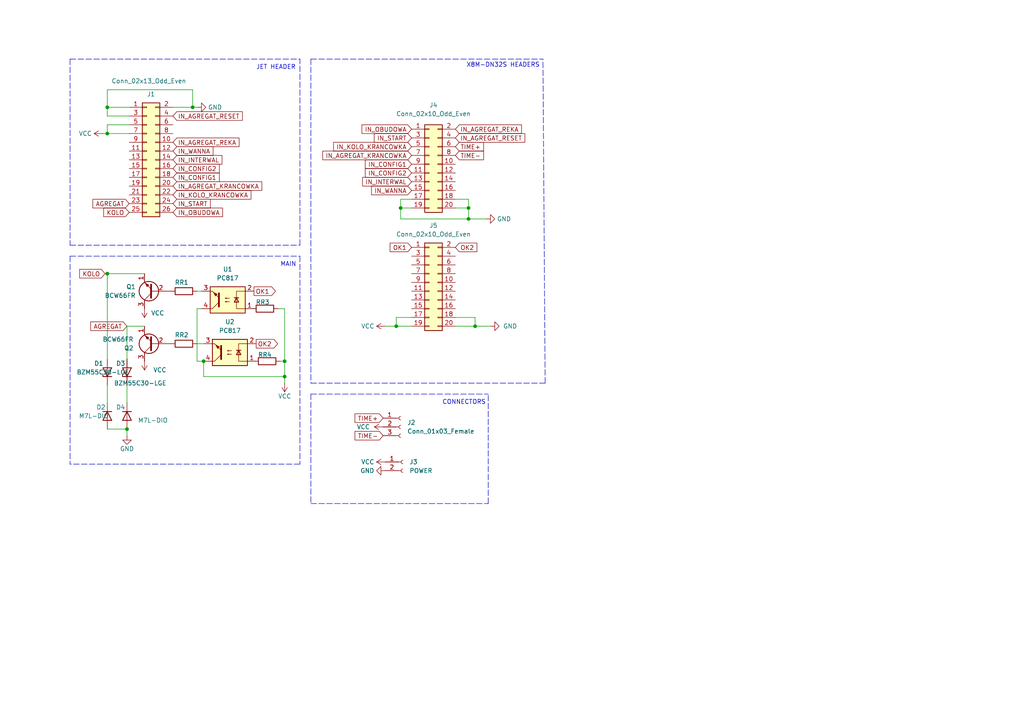
<source format=kicad_sch>
(kicad_sch (version 20211123) (generator eeschema)
  (paper "A4")
  (lib_symbols
    (symbol "Connector:Conn_01x02_Female" (pin_names (offset 1.016) hide)
      (property "Reference" "J" (at 0 2.54 0))
      (property "Value" "Conn_01x02_Female" (at 0 -5.08 0))
      (symbol "Conn_01x02_Female_1_1"
        (arc (start 0 -2.032) (mid -0.508 -2.54) (end 0 -3.048) (stroke (width 0.1524)))
        (polyline (pts (xy -1.27 -2.54) (xy -0.508 -2.54)) (stroke (width 0.1524)))
        (polyline (pts (xy -1.27 0) (xy -0.508 0)) (stroke (width 0.1524)))
        (arc (start 0 0.508) (mid -0.508 0) (end 0 -0.508) (stroke (width 0.1524)))
        (pin passive line (at -5.08 0 0) (length 3.81) (name "Pin_1") (number "1"))
        (pin passive line (at -5.08 -2.54 0) (length 3.81) (name "Pin_2") (number "2"))
      )
    )
    (symbol "Connector:Conn_01x03_Female" (pin_names (offset 1.016) hide)
      (property "Reference" "J" (at 0 5.08 0))
      (property "Value" "Conn_01x03_Female" (at 0 -5.08 0))
      (symbol "Conn_01x03_Female_1_1"
        (arc (start 0 -2.032) (mid -0.508 -2.54) (end 0 -3.048) (stroke (width 0.1524)))
        (polyline (pts (xy -1.27 -2.54) (xy -0.508 -2.54)) (stroke (width 0.1524)))
        (polyline (pts (xy -1.27 0) (xy -0.508 0)) (stroke (width 0.1524)))
        (polyline (pts (xy -1.27 2.54) (xy -0.508 2.54)) (stroke (width 0.1524)))
        (arc (start 0 0.508) (mid -0.508 0) (end 0 -0.508) (stroke (width 0.1524)))
        (arc (start 0 3.048) (mid -0.508 2.54) (end 0 2.032) (stroke (width 0.1524)))
        (pin passive line (at -5.08 2.54 0) (length 3.81) (name "Pin_1") (number "1"))
        (pin passive line (at -5.08 0 0) (length 3.81) (name "Pin_2") (number "2"))
        (pin passive line (at -5.08 -2.54 0) (length 3.81) (name "Pin_3") (number "3"))
      )
    )
    (symbol "Connector_Generic:Conn_02x10_Odd_Even" (pin_names (offset 1.016) hide)
      (property "Reference" "J" (at 1.27 12.7 0))
      (property "Value" "Conn_02x10_Odd_Even" (at 1.27 -15.24 0))
      (symbol "Conn_02x10_Odd_Even_1_1"
        (rectangle (start -1.27 -12.573) (end 0 -12.827) (stroke (width 0.1524)))
        (rectangle (start -1.27 -10.033) (end 0 -10.287) (stroke (width 0.1524)))
        (rectangle (start -1.27 -7.493) (end 0 -7.747) (stroke (width 0.1524)))
        (rectangle (start -1.27 -4.953) (end 0 -5.207) (stroke (width 0.1524)))
        (rectangle (start -1.27 -2.413) (end 0 -2.667) (stroke (width 0.1524)))
        (rectangle (start -1.27 0.127) (end 0 -0.127) (stroke (width 0.1524)))
        (rectangle (start -1.27 2.667) (end 0 2.413) (stroke (width 0.1524)))
        (rectangle (start -1.27 5.207) (end 0 4.953) (stroke (width 0.1524)))
        (rectangle (start -1.27 7.747) (end 0 7.493) (stroke (width 0.1524)))
        (rectangle (start -1.27 10.287) (end 0 10.033) (stroke (width 0.1524)))
        (rectangle (start -1.27 11.43) (end 3.81 -13.97) (stroke (width 0.254)) (fill (type background)))
        (rectangle (start 3.81 -12.573) (end 2.54 -12.827) (stroke (width 0.1524)))
        (rectangle (start 3.81 -10.033) (end 2.54 -10.287) (stroke (width 0.1524)))
        (rectangle (start 3.81 -7.493) (end 2.54 -7.747) (stroke (width 0.1524)))
        (rectangle (start 3.81 -4.953) (end 2.54 -5.207) (stroke (width 0.1524)))
        (rectangle (start 3.81 -2.413) (end 2.54 -2.667) (stroke (width 0.1524)))
        (rectangle (start 3.81 0.127) (end 2.54 -0.127) (stroke (width 0.1524)))
        (rectangle (start 3.81 2.667) (end 2.54 2.413) (stroke (width 0.1524)))
        (rectangle (start 3.81 5.207) (end 2.54 4.953) (stroke (width 0.1524)))
        (rectangle (start 3.81 7.747) (end 2.54 7.493) (stroke (width 0.1524)))
        (rectangle (start 3.81 10.287) (end 2.54 10.033) (stroke (width 0.1524)))
        (pin passive line (at -5.08 10.16 0) (length 3.81) (name "Pin_1") (number "1"))
        (pin passive line (at 7.62 0 180) (length 3.81) (name "Pin_10") (number "10"))
        (pin passive line (at -5.08 -2.54 0) (length 3.81) (name "Pin_11") (number "11"))
        (pin passive line (at 7.62 -2.54 180) (length 3.81) (name "Pin_12") (number "12"))
        (pin passive line (at -5.08 -5.08 0) (length 3.81) (name "Pin_13") (number "13"))
        (pin passive line (at 7.62 -5.08 180) (length 3.81) (name "Pin_14") (number "14"))
        (pin passive line (at -5.08 -7.62 0) (length 3.81) (name "Pin_15") (number "15"))
        (pin passive line (at 7.62 -7.62 180) (length 3.81) (name "Pin_16") (number "16"))
        (pin passive line (at -5.08 -10.16 0) (length 3.81) (name "Pin_17") (number "17"))
        (pin passive line (at 7.62 -10.16 180) (length 3.81) (name "Pin_18") (number "18"))
        (pin passive line (at -5.08 -12.7 0) (length 3.81) (name "Pin_19") (number "19"))
        (pin passive line (at 7.62 10.16 180) (length 3.81) (name "Pin_2") (number "2"))
        (pin passive line (at 7.62 -12.7 180) (length 3.81) (name "Pin_20") (number "20"))
        (pin passive line (at -5.08 7.62 0) (length 3.81) (name "Pin_3") (number "3"))
        (pin passive line (at 7.62 7.62 180) (length 3.81) (name "Pin_4") (number "4"))
        (pin passive line (at -5.08 5.08 0) (length 3.81) (name "Pin_5") (number "5"))
        (pin passive line (at 7.62 5.08 180) (length 3.81) (name "Pin_6") (number "6"))
        (pin passive line (at -5.08 2.54 0) (length 3.81) (name "Pin_7") (number "7"))
        (pin passive line (at 7.62 2.54 180) (length 3.81) (name "Pin_8") (number "8"))
        (pin passive line (at -5.08 0 0) (length 3.81) (name "Pin_9") (number "9"))
      )
    )
    (symbol "Connector_Generic:Conn_02x13_Odd_Even" (pin_names (offset 1.016) hide)
      (property "Reference" "J" (at 1.27 17.78 0))
      (property "Value" "Conn_02x13_Odd_Even" (at 1.27 -17.78 0))
      (symbol "Conn_02x13_Odd_Even_1_1"
        (rectangle (start -1.27 -15.113) (end 0 -15.367) (stroke (width 0.1524)))
        (rectangle (start -1.27 -12.573) (end 0 -12.827) (stroke (width 0.1524)))
        (rectangle (start -1.27 -10.033) (end 0 -10.287) (stroke (width 0.1524)))
        (rectangle (start -1.27 -7.493) (end 0 -7.747) (stroke (width 0.1524)))
        (rectangle (start -1.27 -4.953) (end 0 -5.207) (stroke (width 0.1524)))
        (rectangle (start -1.27 -2.413) (end 0 -2.667) (stroke (width 0.1524)))
        (rectangle (start -1.27 0.127) (end 0 -0.127) (stroke (width 0.1524)))
        (rectangle (start -1.27 2.667) (end 0 2.413) (stroke (width 0.1524)))
        (rectangle (start -1.27 5.207) (end 0 4.953) (stroke (width 0.1524)))
        (rectangle (start -1.27 7.747) (end 0 7.493) (stroke (width 0.1524)))
        (rectangle (start -1.27 10.287) (end 0 10.033) (stroke (width 0.1524)))
        (rectangle (start -1.27 12.827) (end 0 12.573) (stroke (width 0.1524)))
        (rectangle (start -1.27 15.367) (end 0 15.113) (stroke (width 0.1524)))
        (rectangle (start -1.27 16.51) (end 3.81 -16.51) (stroke (width 0.254)) (fill (type background)))
        (rectangle (start 3.81 -15.113) (end 2.54 -15.367) (stroke (width 0.1524)))
        (rectangle (start 3.81 -12.573) (end 2.54 -12.827) (stroke (width 0.1524)))
        (rectangle (start 3.81 -10.033) (end 2.54 -10.287) (stroke (width 0.1524)))
        (rectangle (start 3.81 -7.493) (end 2.54 -7.747) (stroke (width 0.1524)))
        (rectangle (start 3.81 -4.953) (end 2.54 -5.207) (stroke (width 0.1524)))
        (rectangle (start 3.81 -2.413) (end 2.54 -2.667) (stroke (width 0.1524)))
        (rectangle (start 3.81 0.127) (end 2.54 -0.127) (stroke (width 0.1524)))
        (rectangle (start 3.81 2.667) (end 2.54 2.413) (stroke (width 0.1524)))
        (rectangle (start 3.81 5.207) (end 2.54 4.953) (stroke (width 0.1524)))
        (rectangle (start 3.81 7.747) (end 2.54 7.493) (stroke (width 0.1524)))
        (rectangle (start 3.81 10.287) (end 2.54 10.033) (stroke (width 0.1524)))
        (rectangle (start 3.81 12.827) (end 2.54 12.573) (stroke (width 0.1524)))
        (rectangle (start 3.81 15.367) (end 2.54 15.113) (stroke (width 0.1524)))
        (pin passive line (at -5.08 15.24 0) (length 3.81) (name "Pin_1") (number "1"))
        (pin passive line (at 7.62 5.08 180) (length 3.81) (name "Pin_10") (number "10"))
        (pin passive line (at -5.08 2.54 0) (length 3.81) (name "Pin_11") (number "11"))
        (pin passive line (at 7.62 2.54 180) (length 3.81) (name "Pin_12") (number "12"))
        (pin passive line (at -5.08 0 0) (length 3.81) (name "Pin_13") (number "13"))
        (pin passive line (at 7.62 0 180) (length 3.81) (name "Pin_14") (number "14"))
        (pin passive line (at -5.08 -2.54 0) (length 3.81) (name "Pin_15") (number "15"))
        (pin passive line (at 7.62 -2.54 180) (length 3.81) (name "Pin_16") (number "16"))
        (pin passive line (at -5.08 -5.08 0) (length 3.81) (name "Pin_17") (number "17"))
        (pin passive line (at 7.62 -5.08 180) (length 3.81) (name "Pin_18") (number "18"))
        (pin passive line (at -5.08 -7.62 0) (length 3.81) (name "Pin_19") (number "19"))
        (pin passive line (at 7.62 15.24 180) (length 3.81) (name "Pin_2") (number "2"))
        (pin passive line (at 7.62 -7.62 180) (length 3.81) (name "Pin_20") (number "20"))
        (pin passive line (at -5.08 -10.16 0) (length 3.81) (name "Pin_21") (number "21"))
        (pin passive line (at 7.62 -10.16 180) (length 3.81) (name "Pin_22") (number "22"))
        (pin passive line (at -5.08 -12.7 0) (length 3.81) (name "Pin_23") (number "23"))
        (pin passive line (at 7.62 -12.7 180) (length 3.81) (name "Pin_24") (number "24"))
        (pin passive line (at -5.08 -15.24 0) (length 3.81) (name "Pin_25") (number "25"))
        (pin passive line (at 7.62 -15.24 180) (length 3.81) (name "Pin_26") (number "26"))
        (pin passive line (at -5.08 12.7 0) (length 3.81) (name "Pin_3") (number "3"))
        (pin passive line (at 7.62 12.7 180) (length 3.81) (name "Pin_4") (number "4"))
        (pin passive line (at -5.08 10.16 0) (length 3.81) (name "Pin_5") (number "5"))
        (pin passive line (at 7.62 10.16 180) (length 3.81) (name "Pin_6") (number "6"))
        (pin passive line (at -5.08 7.62 0) (length 3.81) (name "Pin_7") (number "7"))
        (pin passive line (at 7.62 7.62 180) (length 3.81) (name "Pin_8") (number "8"))
        (pin passive line (at -5.08 5.08 0) (length 3.81) (name "Pin_9") (number "9"))
      )
    )
    (symbol "Device:D_Zener" (pin_numbers hide) (pin_names (offset 1.016) hide)
      (property "Reference" "D" (at 0 2.54 0))
      (property "Value" "D_Zener" (at 0 -2.54 0))
      (symbol "D_Zener_0_1"
        (polyline (pts (xy 1.27 0) (xy -1.27 0)))
        (polyline (pts (xy -1.27 -1.27) (xy -1.27 1.27) (xy -0.762 1.27)) (stroke (width 0.254)))
        (polyline (pts (xy 1.27 -1.27) (xy 1.27 1.27) (xy -1.27 0) (xy 1.27 -1.27)) (stroke (width 0.254)))
      )
      (symbol "D_Zener_1_1"
        (pin passive line (at -3.81 0 0) (length 2.54) (name "K") (number "1"))
        (pin passive line (at 3.81 0 180) (length 2.54) (name "A") (number "2"))
      )
    )
    (symbol "Device:Q_NPN_EBC" (pin_names (offset 0) hide)
      (property "Reference" "Q" (at 5.08 1.27 0))
      (property "Value" "Q_NPN_EBC" (at 5.08 -1.27 0))
      (symbol "Q_NPN_EBC_0_1"
        (polyline (pts (xy 0.635 0.635) (xy 2.54 2.54)))
        (polyline (pts (xy 0.635 -0.635) (xy 2.54 -2.54) (xy 2.54 -2.54)))
        (polyline (pts (xy 0.635 1.905) (xy 0.635 -1.905) (xy 0.635 -1.905)) (stroke (width 0.508)))
        (polyline (pts (xy 1.27 -1.778) (xy 1.778 -1.27) (xy 2.286 -2.286) (xy 1.27 -1.778) (xy 1.27 -1.778)) (fill (type outline)))
        (circle (center 1.27 0) (radius 2.8194) (stroke (width 0.254)))
      )
      (symbol "Q_NPN_EBC_1_1"
        (pin passive line (at 2.54 -5.08 90) (length 2.54) (name "E") (number "1"))
        (pin passive line (at -5.08 0 0) (length 5.715) (name "B") (number "2"))
        (pin passive line (at 2.54 5.08 270) (length 2.54) (name "C") (number "3"))
      )
    )
    (symbol "Device:R" (pin_numbers hide) (pin_names (offset 0))
      (property "Reference" "R" (at 2.032 0 90))
      (property "Value" "R" (at 0 0 90))
      (symbol "R_0_1"
        (rectangle (start -1.016 -2.54) (end 1.016 2.54) (stroke (width 0.254)))
      )
      (symbol "R_1_1"
        (pin passive line (at 0 3.81 270) (length 1.27) (name "~") (number "1"))
        (pin passive line (at 0 -3.81 90) (length 1.27) (name "~") (number "2"))
      )
    )
    (symbol "Diode:1N4448" (pin_numbers hide) (pin_names (offset 1.016) hide)
      (property "Reference" "D" (at 0 2.54 0))
      (property "Value" "1N4448" (at 0 -2.54 0))
      (symbol "1N4448_0_1"
        (polyline (pts (xy -1.27 1.27) (xy -1.27 -1.27)) (stroke (width 0.254)))
        (polyline (pts (xy 1.27 0) (xy -1.27 0)))
        (polyline (pts (xy 1.27 1.27) (xy 1.27 -1.27) (xy -1.27 0) (xy 1.27 1.27)) (stroke (width 0.254)))
      )
      (symbol "1N4448_1_1"
        (pin passive line (at -3.81 0 0) (length 2.54) (name "K") (number "1"))
        (pin passive line (at 3.81 0 180) (length 2.54) (name "A") (number "2"))
      )
    )
    (symbol "Isolator:PC817" (pin_names (offset 1.016))
      (property "Reference" "U" (at -5.08 5.08 0))
      (property "Value" "PC817" (at 0 5.08 0))
      (symbol "PC817_0_1"
        (rectangle (start -5.08 3.81) (end 5.08 -3.81) (stroke (width 0.254)) (fill (type background)))
        (polyline (pts (xy -3.175 -0.635) (xy -1.905 -0.635)) (stroke (width 0.254)))
        (polyline (pts (xy 2.54 0.635) (xy 4.445 2.54)))
        (polyline (pts (xy 4.445 -2.54) (xy 2.54 -0.635)) (fill (type outline)))
        (polyline (pts (xy 4.445 -2.54) (xy 5.08 -2.54)))
        (polyline (pts (xy 4.445 2.54) (xy 5.08 2.54)))
        (polyline (pts (xy -5.08 2.54) (xy -2.54 2.54) (xy -2.54 -0.635)))
        (polyline (pts (xy -2.54 -0.635) (xy -2.54 -2.54) (xy -5.08 -2.54)))
        (polyline (pts (xy 2.54 1.905) (xy 2.54 -1.905) (xy 2.54 -1.905)) (stroke (width 0.508)))
        (polyline (pts (xy -2.54 -0.635) (xy -3.175 0.635) (xy -1.905 0.635) (xy -2.54 -0.635)) (stroke (width 0.254)))
        (polyline (pts (xy -0.508 -0.508) (xy 0.762 -0.508) (xy 0.381 -0.635) (xy 0.381 -0.381) (xy 0.762 -0.508)))
        (polyline (pts (xy -0.508 0.508) (xy 0.762 0.508) (xy 0.381 0.381) (xy 0.381 0.635) (xy 0.762 0.508)))
        (polyline (pts (xy 3.048 -1.651) (xy 3.556 -1.143) (xy 4.064 -2.159) (xy 3.048 -1.651) (xy 3.048 -1.651)) (fill (type outline)))
      )
      (symbol "PC817_1_1"
        (pin passive line (at -7.62 2.54 0) (length 2.54) (name "~") (number "1"))
        (pin passive line (at -7.62 -2.54 0) (length 2.54) (name "~") (number "2"))
        (pin passive line (at 7.62 -2.54 180) (length 2.54) (name "~") (number "3"))
        (pin passive line (at 7.62 2.54 180) (length 2.54) (name "~") (number "4"))
      )
    )
    (symbol "power:GND" (power) (pin_names (offset 0))
      (property "Value" "GND" (at 0 -3.81 0))
      (symbol "GND_0_1"
        (polyline (pts (xy 0 0) (xy 0 -1.27) (xy 1.27 -1.27) (xy 0 -2.54) (xy -1.27 -1.27) (xy 0 -1.27)))
      )
      (symbol "GND_1_1"
        (pin power_in line (at 0 0 270) (length 0) hide (name "GND") (number "1"))
      )
    )
    (symbol "power:VCC" (power) (pin_names (offset 0))
      (property "Value" "VCC" (at 0 3.81 0))
      (symbol "VCC_0_1"
        (polyline (pts (xy -0.762 1.27) (xy 0 2.54)))
        (polyline (pts (xy 0 0) (xy 0 2.54)))
        (polyline (pts (xy 0 2.54) (xy 0.762 1.27)))
      )
      (symbol "VCC_1_1"
        (pin power_in line (at 0 0 90) (length 0) hide (name "VCC") (number "1"))
      )
    )
  )
  (junction (at 116.205 60.325))
  (junction (at 135.89 63.5))
  (junction (at 114.935 94.615))
  (junction (at 55.88 31.115))
  (junction (at 82.55 104.775))
  (junction (at 31.115 79.375))
  (junction (at 36.83 124.46))
  (junction (at 31.115 31.115))
  (junction (at 82.55 109.22))
  (junction (at 31.115 38.735))
  (junction (at 59.055 104.775))
  (junction (at 137.795 94.615))
  (junction (at 135.89 60.325))
  (wire (pts (xy 116.205 60.325) (xy 116.205 63.5)))
  (polyline (pts (xy 86.995 71.12) (xy 86.995 17.145)))
  (wire (pts (xy 55.88 31.115) (xy 57.15 31.115)))
  (wire (pts (xy 111.76 94.615) (xy 114.935 94.615)))
  (wire (pts (xy 59.055 109.22) (xy 82.55 109.22)))
  (wire (pts (xy 116.205 57.785) (xy 119.38 57.785)))
  (wire (pts (xy 82.55 109.22) (xy 82.55 104.775)))
  (wire (pts (xy 57.15 104.775) (xy 59.055 104.775)))
  (wire (pts (xy 29.845 38.735) (xy 31.115 38.735)))
  (wire (pts (xy 37.465 33.655) (xy 31.115 33.655)))
  (wire (pts (xy 50.165 31.115) (xy 55.88 31.115)))
  (wire (pts (xy 82.55 89.535) (xy 82.55 104.775)))
  (wire (pts (xy 37.465 36.195) (xy 31.115 36.195)))
  (wire (pts (xy 137.795 94.615) (xy 142.24 94.615)))
  (polyline (pts (xy 20.32 71.12) (xy 86.995 71.12)))
  (wire (pts (xy 135.89 60.325) (xy 132.08 60.325)))
  (wire (pts (xy 82.55 104.775) (xy 81.28 104.775)))
  (polyline (pts (xy 90.17 17.145) (xy 90.17 111.125)))
  (polyline (pts (xy 20.32 74.295) (xy 20.32 134.62)))
  (wire (pts (xy 114.935 92.075) (xy 114.935 94.615)))
  (wire (pts (xy 31.115 79.375) (xy 41.91 79.375)))
  (wire (pts (xy 80.645 89.535) (xy 82.55 89.535)))
  (wire (pts (xy 55.88 26.035) (xy 55.88 31.115)))
  (wire (pts (xy 114.935 94.615) (xy 119.38 94.615)))
  (wire (pts (xy 31.115 31.115) (xy 31.115 26.035)))
  (wire (pts (xy 31.115 38.735) (xy 37.465 38.735)))
  (polyline (pts (xy 141.605 146.05) (xy 141.605 114.3)))
  (polyline (pts (xy 90.17 17.145) (xy 157.48 17.145)))
  (wire (pts (xy 135.89 57.785) (xy 132.08 57.785)))
  (wire (pts (xy 116.205 63.5) (xy 135.89 63.5)))
  (wire (pts (xy 119.38 92.075) (xy 114.935 92.075)))
  (wire (pts (xy 31.115 111.76) (xy 31.115 116.84)))
  (polyline (pts (xy 20.32 17.145) (xy 20.32 71.12)))
  (polyline (pts (xy 86.995 134.62) (xy 20.32 134.62)))
  (wire (pts (xy 36.83 111.76) (xy 36.83 116.84)))
  (wire (pts (xy 135.89 63.5) (xy 135.89 60.325)))
  (wire (pts (xy 73.025 89.535) (xy 73.66 89.535)))
  (wire (pts (xy 36.83 126.365) (xy 36.83 124.46)))
  (polyline (pts (xy 90.17 146.05) (xy 141.605 146.05)))
  (wire (pts (xy 137.795 92.075) (xy 137.795 94.615)))
  (wire (pts (xy 82.55 111.125) (xy 82.55 109.22)))
  (polyline (pts (xy 20.32 17.145) (xy 86.995 17.145)))
  (wire (pts (xy 31.115 104.14) (xy 31.115 79.375)))
  (polyline (pts (xy 20.32 74.295) (xy 86.995 74.295)))
  (wire (pts (xy 116.205 60.325) (xy 119.38 60.325)))
  (polyline (pts (xy 90.17 111.125) (xy 158.115 111.125)))
  (wire (pts (xy 135.89 63.5) (xy 140.97 63.5)))
  (wire (pts (xy 74.295 104.775) (xy 73.66 104.775)))
  (wire (pts (xy 59.055 104.775) (xy 59.055 109.22)))
  (wire (pts (xy 36.83 104.14) (xy 36.83 94.615)))
  (wire (pts (xy 31.115 124.46) (xy 36.83 124.46)))
  (wire (pts (xy 30.48 79.375) (xy 31.115 79.375)))
  (wire (pts (xy 31.115 31.115) (xy 31.115 33.655)))
  (wire (pts (xy 31.115 36.195) (xy 31.115 38.735)))
  (polyline (pts (xy 158.115 111.125) (xy 157.48 17.145)))
  (wire (pts (xy 31.115 26.035) (xy 55.88 26.035)))
  (polyline (pts (xy 90.17 114.3) (xy 90.17 146.05)))
  (polyline (pts (xy 90.17 114.3) (xy 141.605 114.3)))
  (wire (pts (xy 59.055 104.775) (xy 59.69 104.775)))
  (wire (pts (xy 116.205 57.785) (xy 116.205 60.325)))
  (wire (pts (xy 132.08 92.075) (xy 137.795 92.075)))
  (wire (pts (xy 36.83 94.615) (xy 41.91 94.615)))
  (wire (pts (xy 58.42 89.535) (xy 57.15 89.535)))
  (wire (pts (xy 37.465 31.115) (xy 31.115 31.115)))
  (wire (pts (xy 57.15 84.455) (xy 58.42 84.455)))
  (polyline (pts (xy 86.995 74.295) (xy 86.995 134.62)))
  (wire (pts (xy 57.15 99.695) (xy 59.055 99.695)))
  (wire (pts (xy 132.08 94.615) (xy 137.795 94.615)))
  (wire (pts (xy 57.15 89.535) (xy 57.15 104.775)))
  (wire (pts (xy 135.89 57.785) (xy 135.89 60.325)))
  (text "JET HEADER" (at 74.295 20.32 0) (effects (font (size 1.27 1.27)) (justify left bottom)))
  (text "CONNECTORS" (at 128.27 117.475 0) (effects (font (size 1.27 1.27)) (justify left bottom)))
  (text "MAIN" (at 81.28 77.47 0) (effects (font (size 1.27 1.27)) (justify left bottom)))
  (text "X8M-DN32S HEADERS\n" (at 135.255 19.685 0) (effects (font (size 1.27 1.27)) (justify left bottom)))
  (global_label "IN_AGREGAT_REKA" (shape input) (at 132.08 37.465 0) (property "Intersheet References" "${INTERSHEET_REFS}" (effects hide)))
  (global_label "IN_WANNA" (shape input) (at 119.38 55.245 180) (property "Intersheet References" "${INTERSHEET_REFS}" (effects hide)))
  (global_label "IN_CONFIG2" (shape input) (at 50.165 48.895 0) (property "Intersheet References" "${INTERSHEET_REFS}" (effects hide)))
  (global_label "OK2" (shape input) (at 132.08 71.755 0) (property "Intersheet References" "${INTERSHEET_REFS}" (effects hide)))
  (global_label "IN_INTERWAL" (shape input) (at 50.165 46.355 0) (property "Intersheet References" "${INTERSHEET_REFS}" (effects hide)))
  (global_label "IN_AGREGAT_KRANCOWKA" (shape input) (at 50.165 53.975 0) (property "Intersheet References" "${INTERSHEET_REFS}" (effects hide)))
  (global_label "IN_AGREGAT_KRANCOWKA" (shape input) (at 119.38 45.085 180) (property "Intersheet References" "${INTERSHEET_REFS}" (effects hide)))
  (global_label "TIME-" (shape input) (at 132.08 45.085 0) (property "Intersheet References" "${INTERSHEET_REFS}" (effects hide)))
  (global_label "AGREGAT" (shape input) (at 37.465 59.055 180) (property "Intersheet References" "${INTERSHEET_REFS}" (effects hide)))
  (global_label "KOLO" (shape input) (at 30.48 79.375 180) (property "Intersheet References" "${INTERSHEET_REFS}" (effects hide)))
  (global_label "IN_AGREGAT_REKA" (shape input) (at 50.165 41.275 0) (property "Intersheet References" "${INTERSHEET_REFS}" (effects hide)))
  (global_label "IN_KOLO_KRANCOWKA" (shape input) (at 50.165 56.515 0) (property "Intersheet References" "${INTERSHEET_REFS}" (effects hide)))
  (global_label "IN_START" (shape input) (at 119.38 40.005 180) (property "Intersheet References" "${INTERSHEET_REFS}" (effects hide)))
  (global_label "IN_KOLO_KRANCOWKA" (shape input) (at 119.38 42.545 180) (property "Intersheet References" "${INTERSHEET_REFS}" (effects hide)))
  (global_label "TIME+" (shape input) (at 111.125 121.285 180) (property "Intersheet References" "${INTERSHEET_REFS}" (effects hide)))
  (global_label "IN_AGREGAT_RESET" (shape input) (at 50.165 33.655 0) (property "Intersheet References" "${INTERSHEET_REFS}" (effects hide)))
  (global_label "IN_CONFIG1" (shape input) (at 50.165 51.435 0) (property "Intersheet References" "${INTERSHEET_REFS}" (effects hide)))
  (global_label "IN_OBUDOWA" (shape input) (at 50.165 61.595 0) (property "Intersheet References" "${INTERSHEET_REFS}" (effects hide)))
  (global_label "OK2" (shape output) (at 74.295 99.695 0) (property "Intersheet References" "${INTERSHEET_REFS}" (effects hide)))
  (global_label "IN_INTERWAL" (shape input) (at 119.38 52.705 180) (property "Intersheet References" "${INTERSHEET_REFS}" (effects hide)))
  (global_label "KOLO" (shape input) (at 37.465 61.595 180) (property "Intersheet References" "${INTERSHEET_REFS}" (effects hide)))
  (global_label "TIME+" (shape input) (at 132.08 42.545 0) (property "Intersheet References" "${INTERSHEET_REFS}" (effects hide)))
  (global_label "TIME-" (shape input) (at 111.125 126.365 180) (property "Intersheet References" "${INTERSHEET_REFS}" (effects hide)))
  (global_label "OK1" (shape output) (at 73.66 84.455 0) (property "Intersheet References" "${INTERSHEET_REFS}" (effects hide)))
  (global_label "AGREGAT" (shape input) (at 36.83 94.615 180) (property "Intersheet References" "${INTERSHEET_REFS}" (effects hide)))
  (global_label "IN_START" (shape input) (at 50.165 59.055 0) (property "Intersheet References" "${INTERSHEET_REFS}" (effects hide)))
  (global_label "IN_CONFIG2" (shape input) (at 119.38 50.165 180) (property "Intersheet References" "${INTERSHEET_REFS}" (effects hide)))
  (global_label "IN_WANNA" (shape input) (at 50.165 43.815 0) (property "Intersheet References" "${INTERSHEET_REFS}" (effects hide)))
  (global_label "OK1" (shape input) (at 119.38 71.755 180) (property "Intersheet References" "${INTERSHEET_REFS}" (effects hide)))
  (global_label "IN_OBUDOWA" (shape input) (at 119.38 37.465 180) (property "Intersheet References" "${INTERSHEET_REFS}" (effects hide)))
  (global_label "IN_CONFIG1" (shape input) (at 119.38 47.625 180) (property "Intersheet References" "${INTERSHEET_REFS}" (effects hide)))
  (global_label "IN_AGREGAT_RESET" (shape input) (at 132.08 40.005 0) (property "Intersheet References" "${INTERSHEET_REFS}" (effects hide)))
  (symbol (lib_id "Isolator:PC817") (at 66.04 86.995 180) (unit 1)
    (property "Reference" "U1" (at 66.04 78.105 0))
    (property "Value" "PC817" (at 66.04 80.645 0))
    (property "Footprint" "Package_DIP:DIP-4_W7.62mm" (effects hide))
    (property "Datasheet" "http://www.soselectronic.cz/a_info/resource/d/pc817.pdf" (effects hide))
  )
  (symbol (lib_id "Device:R") (at 76.835 89.535 90) (unit 1)
    (property "Reference" "R3" (at 76.835 87.63 90))
    (property "Value" "R" (at 74.93 87.63 90))
    (property "Footprint" "Resistor_SMD:R_0805_2012Metric_Pad1.20x1.40mm_HandSolder" (effects hide))
  )
  (symbol (lib_id "power:GND") (at 111.76 136.525 270) (unit 1)
    (property "Reference" "#PWR0110" (effects hide))
    (property "Value" "GND" (at 108.585 136.5249 90) (effects (justify right)))
  )
  (symbol (lib_id "Connector_Generic:Conn_02x10_Odd_Even") (at 124.46 47.625 0) (unit 1)
    (property "Reference" "J4" (at 125.73 30.48 0))
    (property "Value" "Conn_02x10_Odd_Even" (at 125.73 33.02 0))
    (property "Footprint" "IDC-Header_2x10-1MP_P2.54mm_Latch_Vertical" (effects hide))
  )
  (symbol (lib_id "Connector:Conn_01x02_Female") (at 116.84 133.985 0) (unit 1)
    (property "Reference" "J3" (at 118.745 133.9849 0) (effects (justify left)))
    (property "Value" "POWER" (at 118.745 136.5249 0) (effects (justify left)))
    (property "Footprint" "Connector_PinSocket_2.54mm:PinSocket_1x02_P2.54mm_Vertical" (effects hide))
  )
  (symbol (lib_id "power:GND") (at 142.24 94.615 90) (unit 1)
    (property "Reference" "#PWR0101" (effects hide))
    (property "Value" "GND" (at 147.955 94.615 90))
  )
  (symbol (lib_id "Device:Q_NPN_EBC") (at 44.45 84.455 180) (unit 1)
    (property "Reference" "Q1" (at 39.37 83.1849 0) (effects (justify left)))
    (property "Value" "BCW66FR" (at 39.37 85.7249 0) (effects (justify left)))
    (property "Footprint" "Package_TO_SOT_SMD:SOT-23" (effects hide))
  )
  (symbol (lib_id "power:GND") (at 36.83 126.365 0) (unit 1)
    (property "Reference" "#PWR0106" (effects hide))
    (property "Value" "GND" (at 36.83 130.175 0))
  )
  (symbol (lib_id "Device:R") (at 77.47 104.775 90) (unit 1)
    (property "Reference" "R4" (at 77.47 102.87 90))
    (property "Value" "R" (at 75.565 102.87 90))
    (property "Footprint" "Resistor_SMD:R_0805_2012Metric_Pad1.20x1.40mm_HandSolder" (effects hide))
  )
  (symbol (lib_id "power:VCC") (at 82.55 111.125 180) (unit 1)
    (property "Reference" "#PWR0107" (effects hide))
    (property "Value" "VCC" (at 80.645 114.935 0) (effects (justify right)))
  )
  (symbol (lib_id "power:GND") (at 57.15 31.115 90) (unit 1)
    (property "Reference" "#PWR0103" (effects hide))
    (property "Value" "GND" (at 60.325 31.1149 90) (effects (justify right)))
  )
  (symbol (lib_id "Device:R") (at 53.34 84.455 90) (unit 1)
    (property "Reference" "R1" (at 53.34 81.915 90))
    (property "Value" "R" (at 51.435 81.915 90))
    (property "Footprint" "Resistor_SMD:R_0805_2012Metric_Pad1.20x1.40mm_HandSolder" (effects hide))
  )
  (symbol (lib_id "Connector_Generic:Conn_02x13_Odd_Even") (at 42.545 46.355 0) (unit 1)
    (property "Reference" "J1" (at 43.815 27.305 0))
    (property "Value" "Conn_02x13_Odd_Even" (at 43.18 23.495 0))
    (property "Footprint" "IDC-Header_2x13-1MP_P2.54mm_Latch_Horizontal" (effects hide))
  )
  (symbol (lib_id "power:VCC") (at 41.91 89.535 180) (unit 1)
    (property "Reference" "#PWR0105" (effects hide))
    (property "Value" "VCC" (at 45.72 90.805 0))
  )
  (symbol (lib_id "Device:Q_NPN_EBC") (at 44.45 99.695 180) (unit 1)
    (property "Reference" "Q2" (at 38.735 100.9651 0) (effects (justify left)))
    (property "Value" "BCW66FR" (at 38.735 98.4251 0) (effects (justify left)))
    (property "Footprint" "Package_TO_SOT_SMD:SOT-23" (effects hide))
  )
  (symbol (lib_id "power:VCC") (at 29.845 38.735 90) (unit 1)
    (property "Reference" "#PWR0104" (effects hide))
    (property "Value" "VCC" (at 26.67 38.735 90) (effects (justify left)))
  )
  (symbol (lib_id "Diode:1N4448") (at 31.115 120.65 270) (unit 1)
    (property "Reference" "D2" (at 27.94 118.11 90) (effects (justify left)))
    (property "Value" "M7L-DIO" (at 22.86 120.65 90) (effects (justify left)))
    (property "Footprint" "Diode_SMD:D_SMA" (effects hide))
    (property "Datasheet" "https://assets.nexperia.com/documents/data-sheet/1N4148_1N4448.pdf" (effects hide))
  )
  (symbol (lib_id "power:GND") (at 140.97 63.5 90) (unit 1)
    (property "Reference" "#PWR0102" (effects hide))
    (property "Value" "GND" (at 144.145 63.4999 90) (effects (justify right)))
  )
  (symbol (lib_id "Isolator:PC817") (at 66.675 102.235 180) (unit 1)
    (property "Reference" "U2" (at 66.675 93.345 0))
    (property "Value" "PC817" (at 66.675 95.885 0))
    (property "Footprint" "Package_DIP:DIP-4_W7.62mm" (effects hide))
    (property "Datasheet" "http://www.soselectronic.cz/a_info/resource/d/pc817.pdf" (effects hide))
  )
  (symbol (lib_id "power:VCC") (at 41.91 104.775 180) (unit 1)
    (property "Reference" "#PWR0108" (effects hide))
    (property "Value" "VCC" (at 46.355 107.315 0))
  )
  (symbol (lib_id "Connector:Conn_01x03_Female") (at 116.205 123.825 0) (unit 1)
    (property "Reference" "J2" (at 118.11 122.5549 0) (effects (justify left)))
    (property "Value" "Conn_01x03_Female" (at 118.11 125.0949 0) (effects (justify left)))
    (property "Footprint" "Connector_PinSocket_2.54mm:PinSocket_1x03_P2.54mm_Vertical" (effects hide))
  )
  (symbol (lib_id "power:VCC") (at 111.76 133.985 90) (unit 1)
    (property "Reference" "#PWR0111" (effects hide))
    (property "Value" "VCC" (at 108.585 133.9849 90) (effects (justify left)))
  )
  (symbol (lib_id "Device:D_Zener") (at 36.83 107.95 90) (unit 1)
    (property "Reference" "D3" (at 33.655 105.41 90) (effects (justify right)))
    (property "Value" "BZM55C30-LGE" (at 33.02 111.125 90) (effects (justify right)))
    (property "Footprint" "D_MiniMELF" (effects hide))
    (property "Datasheet" "BZM55C30-LGE" (effects hide))
  )
  (symbol (lib_id "Device:D_Zener") (at 31.115 107.95 90) (unit 1)
    (property "Reference" "D1" (at 27.305 105.41 90) (effects (justify right)))
    (property "Value" "BZM55C30-LGE" (at 22.225 107.95 90) (effects (justify right)))
    (property "Footprint" "D_MiniMELF" (effects hide))
    (property "Datasheet" "BZM55C30-LGE" (effects hide))
  )
  (symbol (lib_id "power:VCC") (at 111.76 94.615 90) (unit 1)
    (property "Reference" "#PWR0112" (effects hide))
    (property "Value" "VCC" (at 108.585 94.6149 90) (effects (justify left)))
  )
  (symbol (lib_id "Connector_Generic:Conn_02x10_Odd_Even") (at 124.46 81.915 0) (unit 1)
    (property "Reference" "J5" (at 125.73 65.405 0))
    (property "Value" "Conn_02x10_Odd_Even" (at 125.73 67.945 0))
    (property "Footprint" "IDC-Header_2x10-1MP_P2.54mm_Latch_Vertical" (effects hide))
  )
  (symbol (lib_id "Diode:1N4448") (at 36.83 120.65 90) (mirror x) (unit 1)
    (property "Reference" "D4" (at 33.655 118.11 90) (effects (justify right)))
    (property "Value" "M7L-DIO" (at 40.005 121.9199 90) (effects (justify right)))
    (property "Footprint" "Diode_SMD:D_SMA" (effects hide))
    (property "Datasheet" "https://assets.nexperia.com/documents/data-sheet/1N4148_1N4448.pdf" (effects hide))
  )
  (symbol (lib_id "power:VCC") (at 111.125 123.825 90) (unit 1)
    (property "Reference" "#PWR0109" (effects hide))
    (property "Value" "VCC" (at 107.315 123.8249 90) (effects (justify left)))
  )
  (symbol (lib_id "Device:R") (at 53.34 99.695 270) (mirror x) (unit 1)
    (property "Reference" "R2" (at 53.34 97.155 90))
    (property "Value" "R" (at 51.435 97.155 90))
    (property "Footprint" "Resistor_SMD:R_0805_2012Metric_Pad1.20x1.40mm_HandSolder" (effects hide))
  )
)
</source>
